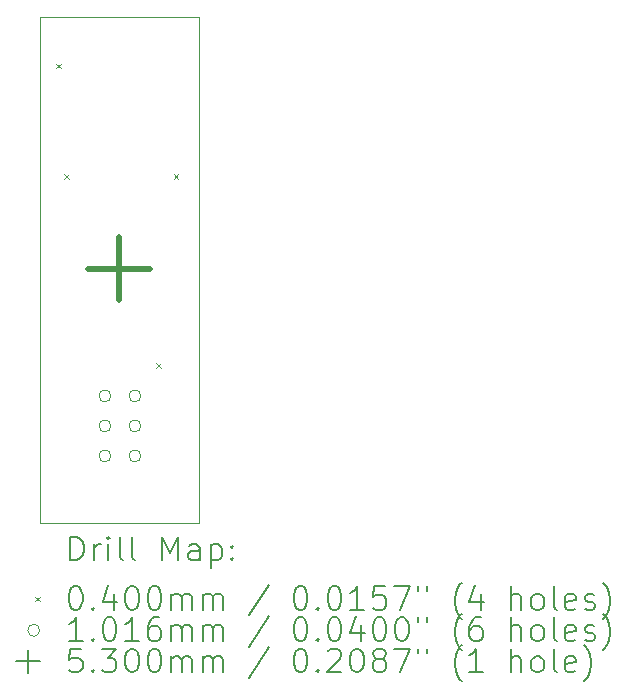
<source format=gbr>
%FSLAX45Y45*%
G04 Gerber Fmt 4.5, Leading zero omitted, Abs format (unit mm)*
G04 Created by KiCad (PCBNEW (6.0.5)) date 2022-06-02 14:14:24*
%MOMM*%
%LPD*%
G01*
G04 APERTURE LIST*
%TA.AperFunction,Profile*%
%ADD10C,0.050000*%
%TD*%
%ADD11C,0.200000*%
%ADD12C,0.040000*%
%ADD13C,0.101600*%
%ADD14C,0.530000*%
G04 APERTURE END LIST*
D10*
X18500000Y-2000000D02*
X18500000Y-6290000D01*
X19850000Y-2000000D02*
X18500000Y-2000000D01*
X18500000Y-6290000D02*
X19850000Y-6290000D01*
X19850000Y-6290000D02*
X19850000Y-2000000D01*
D11*
D12*
X18638000Y-2398000D02*
X18678000Y-2438000D01*
X18678000Y-2398000D02*
X18638000Y-2438000D01*
X18703000Y-3336000D02*
X18743000Y-3376000D01*
X18743000Y-3336000D02*
X18703000Y-3376000D01*
X19482000Y-4936000D02*
X19522000Y-4976000D01*
X19522000Y-4936000D02*
X19482000Y-4976000D01*
X19631000Y-3336000D02*
X19671000Y-3376000D01*
X19671000Y-3336000D02*
X19631000Y-3376000D01*
D13*
X19100800Y-5212000D02*
G75*
G03*
X19100800Y-5212000I-50800J0D01*
G01*
X19100800Y-5466000D02*
G75*
G03*
X19100800Y-5466000I-50800J0D01*
G01*
X19100800Y-5720000D02*
G75*
G03*
X19100800Y-5720000I-50800J0D01*
G01*
X19354800Y-5212000D02*
G75*
G03*
X19354800Y-5212000I-50800J0D01*
G01*
X19354800Y-5466000D02*
G75*
G03*
X19354800Y-5466000I-50800J0D01*
G01*
X19354800Y-5720000D02*
G75*
G03*
X19354800Y-5720000I-50800J0D01*
G01*
D14*
X19170000Y-3870000D02*
X19170000Y-4400000D01*
X18905000Y-4135000D02*
X19435000Y-4135000D01*
D11*
X18755119Y-6602976D02*
X18755119Y-6402976D01*
X18802738Y-6402976D01*
X18831310Y-6412500D01*
X18850357Y-6431548D01*
X18859881Y-6450595D01*
X18869405Y-6488690D01*
X18869405Y-6517262D01*
X18859881Y-6555357D01*
X18850357Y-6574405D01*
X18831310Y-6593452D01*
X18802738Y-6602976D01*
X18755119Y-6602976D01*
X18955119Y-6602976D02*
X18955119Y-6469643D01*
X18955119Y-6507738D02*
X18964643Y-6488690D01*
X18974167Y-6479167D01*
X18993214Y-6469643D01*
X19012262Y-6469643D01*
X19078929Y-6602976D02*
X19078929Y-6469643D01*
X19078929Y-6402976D02*
X19069405Y-6412500D01*
X19078929Y-6422024D01*
X19088452Y-6412500D01*
X19078929Y-6402976D01*
X19078929Y-6422024D01*
X19202738Y-6602976D02*
X19183690Y-6593452D01*
X19174167Y-6574405D01*
X19174167Y-6402976D01*
X19307500Y-6602976D02*
X19288452Y-6593452D01*
X19278929Y-6574405D01*
X19278929Y-6402976D01*
X19536071Y-6602976D02*
X19536071Y-6402976D01*
X19602738Y-6545833D01*
X19669405Y-6402976D01*
X19669405Y-6602976D01*
X19850357Y-6602976D02*
X19850357Y-6498214D01*
X19840833Y-6479167D01*
X19821786Y-6469643D01*
X19783690Y-6469643D01*
X19764643Y-6479167D01*
X19850357Y-6593452D02*
X19831310Y-6602976D01*
X19783690Y-6602976D01*
X19764643Y-6593452D01*
X19755119Y-6574405D01*
X19755119Y-6555357D01*
X19764643Y-6536309D01*
X19783690Y-6526786D01*
X19831310Y-6526786D01*
X19850357Y-6517262D01*
X19945595Y-6469643D02*
X19945595Y-6669643D01*
X19945595Y-6479167D02*
X19964643Y-6469643D01*
X20002738Y-6469643D01*
X20021786Y-6479167D01*
X20031310Y-6488690D01*
X20040833Y-6507738D01*
X20040833Y-6564881D01*
X20031310Y-6583928D01*
X20021786Y-6593452D01*
X20002738Y-6602976D01*
X19964643Y-6602976D01*
X19945595Y-6593452D01*
X20126548Y-6583928D02*
X20136071Y-6593452D01*
X20126548Y-6602976D01*
X20117024Y-6593452D01*
X20126548Y-6583928D01*
X20126548Y-6602976D01*
X20126548Y-6479167D02*
X20136071Y-6488690D01*
X20126548Y-6498214D01*
X20117024Y-6488690D01*
X20126548Y-6479167D01*
X20126548Y-6498214D01*
D12*
X18457500Y-6912500D02*
X18497500Y-6952500D01*
X18497500Y-6912500D02*
X18457500Y-6952500D01*
D11*
X18793214Y-6822976D02*
X18812262Y-6822976D01*
X18831310Y-6832500D01*
X18840833Y-6842024D01*
X18850357Y-6861071D01*
X18859881Y-6899167D01*
X18859881Y-6946786D01*
X18850357Y-6984881D01*
X18840833Y-7003928D01*
X18831310Y-7013452D01*
X18812262Y-7022976D01*
X18793214Y-7022976D01*
X18774167Y-7013452D01*
X18764643Y-7003928D01*
X18755119Y-6984881D01*
X18745595Y-6946786D01*
X18745595Y-6899167D01*
X18755119Y-6861071D01*
X18764643Y-6842024D01*
X18774167Y-6832500D01*
X18793214Y-6822976D01*
X18945595Y-7003928D02*
X18955119Y-7013452D01*
X18945595Y-7022976D01*
X18936071Y-7013452D01*
X18945595Y-7003928D01*
X18945595Y-7022976D01*
X19126548Y-6889643D02*
X19126548Y-7022976D01*
X19078929Y-6813452D02*
X19031310Y-6956309D01*
X19155119Y-6956309D01*
X19269405Y-6822976D02*
X19288452Y-6822976D01*
X19307500Y-6832500D01*
X19317024Y-6842024D01*
X19326548Y-6861071D01*
X19336071Y-6899167D01*
X19336071Y-6946786D01*
X19326548Y-6984881D01*
X19317024Y-7003928D01*
X19307500Y-7013452D01*
X19288452Y-7022976D01*
X19269405Y-7022976D01*
X19250357Y-7013452D01*
X19240833Y-7003928D01*
X19231310Y-6984881D01*
X19221786Y-6946786D01*
X19221786Y-6899167D01*
X19231310Y-6861071D01*
X19240833Y-6842024D01*
X19250357Y-6832500D01*
X19269405Y-6822976D01*
X19459881Y-6822976D02*
X19478929Y-6822976D01*
X19497976Y-6832500D01*
X19507500Y-6842024D01*
X19517024Y-6861071D01*
X19526548Y-6899167D01*
X19526548Y-6946786D01*
X19517024Y-6984881D01*
X19507500Y-7003928D01*
X19497976Y-7013452D01*
X19478929Y-7022976D01*
X19459881Y-7022976D01*
X19440833Y-7013452D01*
X19431310Y-7003928D01*
X19421786Y-6984881D01*
X19412262Y-6946786D01*
X19412262Y-6899167D01*
X19421786Y-6861071D01*
X19431310Y-6842024D01*
X19440833Y-6832500D01*
X19459881Y-6822976D01*
X19612262Y-7022976D02*
X19612262Y-6889643D01*
X19612262Y-6908690D02*
X19621786Y-6899167D01*
X19640833Y-6889643D01*
X19669405Y-6889643D01*
X19688452Y-6899167D01*
X19697976Y-6918214D01*
X19697976Y-7022976D01*
X19697976Y-6918214D02*
X19707500Y-6899167D01*
X19726548Y-6889643D01*
X19755119Y-6889643D01*
X19774167Y-6899167D01*
X19783690Y-6918214D01*
X19783690Y-7022976D01*
X19878929Y-7022976D02*
X19878929Y-6889643D01*
X19878929Y-6908690D02*
X19888452Y-6899167D01*
X19907500Y-6889643D01*
X19936071Y-6889643D01*
X19955119Y-6899167D01*
X19964643Y-6918214D01*
X19964643Y-7022976D01*
X19964643Y-6918214D02*
X19974167Y-6899167D01*
X19993214Y-6889643D01*
X20021786Y-6889643D01*
X20040833Y-6899167D01*
X20050357Y-6918214D01*
X20050357Y-7022976D01*
X20440833Y-6813452D02*
X20269405Y-7070595D01*
X20697976Y-6822976D02*
X20717024Y-6822976D01*
X20736071Y-6832500D01*
X20745595Y-6842024D01*
X20755119Y-6861071D01*
X20764643Y-6899167D01*
X20764643Y-6946786D01*
X20755119Y-6984881D01*
X20745595Y-7003928D01*
X20736071Y-7013452D01*
X20717024Y-7022976D01*
X20697976Y-7022976D01*
X20678929Y-7013452D01*
X20669405Y-7003928D01*
X20659881Y-6984881D01*
X20650357Y-6946786D01*
X20650357Y-6899167D01*
X20659881Y-6861071D01*
X20669405Y-6842024D01*
X20678929Y-6832500D01*
X20697976Y-6822976D01*
X20850357Y-7003928D02*
X20859881Y-7013452D01*
X20850357Y-7022976D01*
X20840833Y-7013452D01*
X20850357Y-7003928D01*
X20850357Y-7022976D01*
X20983690Y-6822976D02*
X21002738Y-6822976D01*
X21021786Y-6832500D01*
X21031310Y-6842024D01*
X21040833Y-6861071D01*
X21050357Y-6899167D01*
X21050357Y-6946786D01*
X21040833Y-6984881D01*
X21031310Y-7003928D01*
X21021786Y-7013452D01*
X21002738Y-7022976D01*
X20983690Y-7022976D01*
X20964643Y-7013452D01*
X20955119Y-7003928D01*
X20945595Y-6984881D01*
X20936071Y-6946786D01*
X20936071Y-6899167D01*
X20945595Y-6861071D01*
X20955119Y-6842024D01*
X20964643Y-6832500D01*
X20983690Y-6822976D01*
X21240833Y-7022976D02*
X21126548Y-7022976D01*
X21183690Y-7022976D02*
X21183690Y-6822976D01*
X21164643Y-6851548D01*
X21145595Y-6870595D01*
X21126548Y-6880119D01*
X21421786Y-6822976D02*
X21326548Y-6822976D01*
X21317024Y-6918214D01*
X21326548Y-6908690D01*
X21345595Y-6899167D01*
X21393214Y-6899167D01*
X21412262Y-6908690D01*
X21421786Y-6918214D01*
X21431310Y-6937262D01*
X21431310Y-6984881D01*
X21421786Y-7003928D01*
X21412262Y-7013452D01*
X21393214Y-7022976D01*
X21345595Y-7022976D01*
X21326548Y-7013452D01*
X21317024Y-7003928D01*
X21497976Y-6822976D02*
X21631310Y-6822976D01*
X21545595Y-7022976D01*
X21697976Y-6822976D02*
X21697976Y-6861071D01*
X21774167Y-6822976D02*
X21774167Y-6861071D01*
X22069405Y-7099167D02*
X22059881Y-7089643D01*
X22040833Y-7061071D01*
X22031310Y-7042024D01*
X22021786Y-7013452D01*
X22012262Y-6965833D01*
X22012262Y-6927738D01*
X22021786Y-6880119D01*
X22031310Y-6851548D01*
X22040833Y-6832500D01*
X22059881Y-6803928D01*
X22069405Y-6794405D01*
X22231310Y-6889643D02*
X22231310Y-7022976D01*
X22183690Y-6813452D02*
X22136071Y-6956309D01*
X22259881Y-6956309D01*
X22488452Y-7022976D02*
X22488452Y-6822976D01*
X22574167Y-7022976D02*
X22574167Y-6918214D01*
X22564643Y-6899167D01*
X22545595Y-6889643D01*
X22517024Y-6889643D01*
X22497976Y-6899167D01*
X22488452Y-6908690D01*
X22697976Y-7022976D02*
X22678928Y-7013452D01*
X22669405Y-7003928D01*
X22659881Y-6984881D01*
X22659881Y-6927738D01*
X22669405Y-6908690D01*
X22678928Y-6899167D01*
X22697976Y-6889643D01*
X22726548Y-6889643D01*
X22745595Y-6899167D01*
X22755119Y-6908690D01*
X22764643Y-6927738D01*
X22764643Y-6984881D01*
X22755119Y-7003928D01*
X22745595Y-7013452D01*
X22726548Y-7022976D01*
X22697976Y-7022976D01*
X22878928Y-7022976D02*
X22859881Y-7013452D01*
X22850357Y-6994405D01*
X22850357Y-6822976D01*
X23031309Y-7013452D02*
X23012262Y-7022976D01*
X22974167Y-7022976D01*
X22955119Y-7013452D01*
X22945595Y-6994405D01*
X22945595Y-6918214D01*
X22955119Y-6899167D01*
X22974167Y-6889643D01*
X23012262Y-6889643D01*
X23031309Y-6899167D01*
X23040833Y-6918214D01*
X23040833Y-6937262D01*
X22945595Y-6956309D01*
X23117024Y-7013452D02*
X23136071Y-7022976D01*
X23174167Y-7022976D01*
X23193214Y-7013452D01*
X23202738Y-6994405D01*
X23202738Y-6984881D01*
X23193214Y-6965833D01*
X23174167Y-6956309D01*
X23145595Y-6956309D01*
X23126548Y-6946786D01*
X23117024Y-6927738D01*
X23117024Y-6918214D01*
X23126548Y-6899167D01*
X23145595Y-6889643D01*
X23174167Y-6889643D01*
X23193214Y-6899167D01*
X23269405Y-7099167D02*
X23278928Y-7089643D01*
X23297976Y-7061071D01*
X23307500Y-7042024D01*
X23317024Y-7013452D01*
X23326548Y-6965833D01*
X23326548Y-6927738D01*
X23317024Y-6880119D01*
X23307500Y-6851548D01*
X23297976Y-6832500D01*
X23278928Y-6803928D01*
X23269405Y-6794405D01*
D13*
X18497500Y-7196500D02*
G75*
G03*
X18497500Y-7196500I-50800J0D01*
G01*
D11*
X18859881Y-7286976D02*
X18745595Y-7286976D01*
X18802738Y-7286976D02*
X18802738Y-7086976D01*
X18783690Y-7115548D01*
X18764643Y-7134595D01*
X18745595Y-7144119D01*
X18945595Y-7267928D02*
X18955119Y-7277452D01*
X18945595Y-7286976D01*
X18936071Y-7277452D01*
X18945595Y-7267928D01*
X18945595Y-7286976D01*
X19078929Y-7086976D02*
X19097976Y-7086976D01*
X19117024Y-7096500D01*
X19126548Y-7106024D01*
X19136071Y-7125071D01*
X19145595Y-7163167D01*
X19145595Y-7210786D01*
X19136071Y-7248881D01*
X19126548Y-7267928D01*
X19117024Y-7277452D01*
X19097976Y-7286976D01*
X19078929Y-7286976D01*
X19059881Y-7277452D01*
X19050357Y-7267928D01*
X19040833Y-7248881D01*
X19031310Y-7210786D01*
X19031310Y-7163167D01*
X19040833Y-7125071D01*
X19050357Y-7106024D01*
X19059881Y-7096500D01*
X19078929Y-7086976D01*
X19336071Y-7286976D02*
X19221786Y-7286976D01*
X19278929Y-7286976D02*
X19278929Y-7086976D01*
X19259881Y-7115548D01*
X19240833Y-7134595D01*
X19221786Y-7144119D01*
X19507500Y-7086976D02*
X19469405Y-7086976D01*
X19450357Y-7096500D01*
X19440833Y-7106024D01*
X19421786Y-7134595D01*
X19412262Y-7172690D01*
X19412262Y-7248881D01*
X19421786Y-7267928D01*
X19431310Y-7277452D01*
X19450357Y-7286976D01*
X19488452Y-7286976D01*
X19507500Y-7277452D01*
X19517024Y-7267928D01*
X19526548Y-7248881D01*
X19526548Y-7201262D01*
X19517024Y-7182214D01*
X19507500Y-7172690D01*
X19488452Y-7163167D01*
X19450357Y-7163167D01*
X19431310Y-7172690D01*
X19421786Y-7182214D01*
X19412262Y-7201262D01*
X19612262Y-7286976D02*
X19612262Y-7153643D01*
X19612262Y-7172690D02*
X19621786Y-7163167D01*
X19640833Y-7153643D01*
X19669405Y-7153643D01*
X19688452Y-7163167D01*
X19697976Y-7182214D01*
X19697976Y-7286976D01*
X19697976Y-7182214D02*
X19707500Y-7163167D01*
X19726548Y-7153643D01*
X19755119Y-7153643D01*
X19774167Y-7163167D01*
X19783690Y-7182214D01*
X19783690Y-7286976D01*
X19878929Y-7286976D02*
X19878929Y-7153643D01*
X19878929Y-7172690D02*
X19888452Y-7163167D01*
X19907500Y-7153643D01*
X19936071Y-7153643D01*
X19955119Y-7163167D01*
X19964643Y-7182214D01*
X19964643Y-7286976D01*
X19964643Y-7182214D02*
X19974167Y-7163167D01*
X19993214Y-7153643D01*
X20021786Y-7153643D01*
X20040833Y-7163167D01*
X20050357Y-7182214D01*
X20050357Y-7286976D01*
X20440833Y-7077452D02*
X20269405Y-7334595D01*
X20697976Y-7086976D02*
X20717024Y-7086976D01*
X20736071Y-7096500D01*
X20745595Y-7106024D01*
X20755119Y-7125071D01*
X20764643Y-7163167D01*
X20764643Y-7210786D01*
X20755119Y-7248881D01*
X20745595Y-7267928D01*
X20736071Y-7277452D01*
X20717024Y-7286976D01*
X20697976Y-7286976D01*
X20678929Y-7277452D01*
X20669405Y-7267928D01*
X20659881Y-7248881D01*
X20650357Y-7210786D01*
X20650357Y-7163167D01*
X20659881Y-7125071D01*
X20669405Y-7106024D01*
X20678929Y-7096500D01*
X20697976Y-7086976D01*
X20850357Y-7267928D02*
X20859881Y-7277452D01*
X20850357Y-7286976D01*
X20840833Y-7277452D01*
X20850357Y-7267928D01*
X20850357Y-7286976D01*
X20983690Y-7086976D02*
X21002738Y-7086976D01*
X21021786Y-7096500D01*
X21031310Y-7106024D01*
X21040833Y-7125071D01*
X21050357Y-7163167D01*
X21050357Y-7210786D01*
X21040833Y-7248881D01*
X21031310Y-7267928D01*
X21021786Y-7277452D01*
X21002738Y-7286976D01*
X20983690Y-7286976D01*
X20964643Y-7277452D01*
X20955119Y-7267928D01*
X20945595Y-7248881D01*
X20936071Y-7210786D01*
X20936071Y-7163167D01*
X20945595Y-7125071D01*
X20955119Y-7106024D01*
X20964643Y-7096500D01*
X20983690Y-7086976D01*
X21221786Y-7153643D02*
X21221786Y-7286976D01*
X21174167Y-7077452D02*
X21126548Y-7220309D01*
X21250357Y-7220309D01*
X21364643Y-7086976D02*
X21383690Y-7086976D01*
X21402738Y-7096500D01*
X21412262Y-7106024D01*
X21421786Y-7125071D01*
X21431310Y-7163167D01*
X21431310Y-7210786D01*
X21421786Y-7248881D01*
X21412262Y-7267928D01*
X21402738Y-7277452D01*
X21383690Y-7286976D01*
X21364643Y-7286976D01*
X21345595Y-7277452D01*
X21336071Y-7267928D01*
X21326548Y-7248881D01*
X21317024Y-7210786D01*
X21317024Y-7163167D01*
X21326548Y-7125071D01*
X21336071Y-7106024D01*
X21345595Y-7096500D01*
X21364643Y-7086976D01*
X21555119Y-7086976D02*
X21574167Y-7086976D01*
X21593214Y-7096500D01*
X21602738Y-7106024D01*
X21612262Y-7125071D01*
X21621786Y-7163167D01*
X21621786Y-7210786D01*
X21612262Y-7248881D01*
X21602738Y-7267928D01*
X21593214Y-7277452D01*
X21574167Y-7286976D01*
X21555119Y-7286976D01*
X21536071Y-7277452D01*
X21526548Y-7267928D01*
X21517024Y-7248881D01*
X21507500Y-7210786D01*
X21507500Y-7163167D01*
X21517024Y-7125071D01*
X21526548Y-7106024D01*
X21536071Y-7096500D01*
X21555119Y-7086976D01*
X21697976Y-7086976D02*
X21697976Y-7125071D01*
X21774167Y-7086976D02*
X21774167Y-7125071D01*
X22069405Y-7363167D02*
X22059881Y-7353643D01*
X22040833Y-7325071D01*
X22031310Y-7306024D01*
X22021786Y-7277452D01*
X22012262Y-7229833D01*
X22012262Y-7191738D01*
X22021786Y-7144119D01*
X22031310Y-7115548D01*
X22040833Y-7096500D01*
X22059881Y-7067928D01*
X22069405Y-7058405D01*
X22231310Y-7086976D02*
X22193214Y-7086976D01*
X22174167Y-7096500D01*
X22164643Y-7106024D01*
X22145595Y-7134595D01*
X22136071Y-7172690D01*
X22136071Y-7248881D01*
X22145595Y-7267928D01*
X22155119Y-7277452D01*
X22174167Y-7286976D01*
X22212262Y-7286976D01*
X22231310Y-7277452D01*
X22240833Y-7267928D01*
X22250357Y-7248881D01*
X22250357Y-7201262D01*
X22240833Y-7182214D01*
X22231310Y-7172690D01*
X22212262Y-7163167D01*
X22174167Y-7163167D01*
X22155119Y-7172690D01*
X22145595Y-7182214D01*
X22136071Y-7201262D01*
X22488452Y-7286976D02*
X22488452Y-7086976D01*
X22574167Y-7286976D02*
X22574167Y-7182214D01*
X22564643Y-7163167D01*
X22545595Y-7153643D01*
X22517024Y-7153643D01*
X22497976Y-7163167D01*
X22488452Y-7172690D01*
X22697976Y-7286976D02*
X22678928Y-7277452D01*
X22669405Y-7267928D01*
X22659881Y-7248881D01*
X22659881Y-7191738D01*
X22669405Y-7172690D01*
X22678928Y-7163167D01*
X22697976Y-7153643D01*
X22726548Y-7153643D01*
X22745595Y-7163167D01*
X22755119Y-7172690D01*
X22764643Y-7191738D01*
X22764643Y-7248881D01*
X22755119Y-7267928D01*
X22745595Y-7277452D01*
X22726548Y-7286976D01*
X22697976Y-7286976D01*
X22878928Y-7286976D02*
X22859881Y-7277452D01*
X22850357Y-7258405D01*
X22850357Y-7086976D01*
X23031309Y-7277452D02*
X23012262Y-7286976D01*
X22974167Y-7286976D01*
X22955119Y-7277452D01*
X22945595Y-7258405D01*
X22945595Y-7182214D01*
X22955119Y-7163167D01*
X22974167Y-7153643D01*
X23012262Y-7153643D01*
X23031309Y-7163167D01*
X23040833Y-7182214D01*
X23040833Y-7201262D01*
X22945595Y-7220309D01*
X23117024Y-7277452D02*
X23136071Y-7286976D01*
X23174167Y-7286976D01*
X23193214Y-7277452D01*
X23202738Y-7258405D01*
X23202738Y-7248881D01*
X23193214Y-7229833D01*
X23174167Y-7220309D01*
X23145595Y-7220309D01*
X23126548Y-7210786D01*
X23117024Y-7191738D01*
X23117024Y-7182214D01*
X23126548Y-7163167D01*
X23145595Y-7153643D01*
X23174167Y-7153643D01*
X23193214Y-7163167D01*
X23269405Y-7363167D02*
X23278928Y-7353643D01*
X23297976Y-7325071D01*
X23307500Y-7306024D01*
X23317024Y-7277452D01*
X23326548Y-7229833D01*
X23326548Y-7191738D01*
X23317024Y-7144119D01*
X23307500Y-7115548D01*
X23297976Y-7096500D01*
X23278928Y-7067928D01*
X23269405Y-7058405D01*
X18397500Y-7360500D02*
X18397500Y-7560500D01*
X18297500Y-7460500D02*
X18497500Y-7460500D01*
X18850357Y-7350976D02*
X18755119Y-7350976D01*
X18745595Y-7446214D01*
X18755119Y-7436690D01*
X18774167Y-7427167D01*
X18821786Y-7427167D01*
X18840833Y-7436690D01*
X18850357Y-7446214D01*
X18859881Y-7465262D01*
X18859881Y-7512881D01*
X18850357Y-7531928D01*
X18840833Y-7541452D01*
X18821786Y-7550976D01*
X18774167Y-7550976D01*
X18755119Y-7541452D01*
X18745595Y-7531928D01*
X18945595Y-7531928D02*
X18955119Y-7541452D01*
X18945595Y-7550976D01*
X18936071Y-7541452D01*
X18945595Y-7531928D01*
X18945595Y-7550976D01*
X19021786Y-7350976D02*
X19145595Y-7350976D01*
X19078929Y-7427167D01*
X19107500Y-7427167D01*
X19126548Y-7436690D01*
X19136071Y-7446214D01*
X19145595Y-7465262D01*
X19145595Y-7512881D01*
X19136071Y-7531928D01*
X19126548Y-7541452D01*
X19107500Y-7550976D01*
X19050357Y-7550976D01*
X19031310Y-7541452D01*
X19021786Y-7531928D01*
X19269405Y-7350976D02*
X19288452Y-7350976D01*
X19307500Y-7360500D01*
X19317024Y-7370024D01*
X19326548Y-7389071D01*
X19336071Y-7427167D01*
X19336071Y-7474786D01*
X19326548Y-7512881D01*
X19317024Y-7531928D01*
X19307500Y-7541452D01*
X19288452Y-7550976D01*
X19269405Y-7550976D01*
X19250357Y-7541452D01*
X19240833Y-7531928D01*
X19231310Y-7512881D01*
X19221786Y-7474786D01*
X19221786Y-7427167D01*
X19231310Y-7389071D01*
X19240833Y-7370024D01*
X19250357Y-7360500D01*
X19269405Y-7350976D01*
X19459881Y-7350976D02*
X19478929Y-7350976D01*
X19497976Y-7360500D01*
X19507500Y-7370024D01*
X19517024Y-7389071D01*
X19526548Y-7427167D01*
X19526548Y-7474786D01*
X19517024Y-7512881D01*
X19507500Y-7531928D01*
X19497976Y-7541452D01*
X19478929Y-7550976D01*
X19459881Y-7550976D01*
X19440833Y-7541452D01*
X19431310Y-7531928D01*
X19421786Y-7512881D01*
X19412262Y-7474786D01*
X19412262Y-7427167D01*
X19421786Y-7389071D01*
X19431310Y-7370024D01*
X19440833Y-7360500D01*
X19459881Y-7350976D01*
X19612262Y-7550976D02*
X19612262Y-7417643D01*
X19612262Y-7436690D02*
X19621786Y-7427167D01*
X19640833Y-7417643D01*
X19669405Y-7417643D01*
X19688452Y-7427167D01*
X19697976Y-7446214D01*
X19697976Y-7550976D01*
X19697976Y-7446214D02*
X19707500Y-7427167D01*
X19726548Y-7417643D01*
X19755119Y-7417643D01*
X19774167Y-7427167D01*
X19783690Y-7446214D01*
X19783690Y-7550976D01*
X19878929Y-7550976D02*
X19878929Y-7417643D01*
X19878929Y-7436690D02*
X19888452Y-7427167D01*
X19907500Y-7417643D01*
X19936071Y-7417643D01*
X19955119Y-7427167D01*
X19964643Y-7446214D01*
X19964643Y-7550976D01*
X19964643Y-7446214D02*
X19974167Y-7427167D01*
X19993214Y-7417643D01*
X20021786Y-7417643D01*
X20040833Y-7427167D01*
X20050357Y-7446214D01*
X20050357Y-7550976D01*
X20440833Y-7341452D02*
X20269405Y-7598595D01*
X20697976Y-7350976D02*
X20717024Y-7350976D01*
X20736071Y-7360500D01*
X20745595Y-7370024D01*
X20755119Y-7389071D01*
X20764643Y-7427167D01*
X20764643Y-7474786D01*
X20755119Y-7512881D01*
X20745595Y-7531928D01*
X20736071Y-7541452D01*
X20717024Y-7550976D01*
X20697976Y-7550976D01*
X20678929Y-7541452D01*
X20669405Y-7531928D01*
X20659881Y-7512881D01*
X20650357Y-7474786D01*
X20650357Y-7427167D01*
X20659881Y-7389071D01*
X20669405Y-7370024D01*
X20678929Y-7360500D01*
X20697976Y-7350976D01*
X20850357Y-7531928D02*
X20859881Y-7541452D01*
X20850357Y-7550976D01*
X20840833Y-7541452D01*
X20850357Y-7531928D01*
X20850357Y-7550976D01*
X20936071Y-7370024D02*
X20945595Y-7360500D01*
X20964643Y-7350976D01*
X21012262Y-7350976D01*
X21031310Y-7360500D01*
X21040833Y-7370024D01*
X21050357Y-7389071D01*
X21050357Y-7408119D01*
X21040833Y-7436690D01*
X20926548Y-7550976D01*
X21050357Y-7550976D01*
X21174167Y-7350976D02*
X21193214Y-7350976D01*
X21212262Y-7360500D01*
X21221786Y-7370024D01*
X21231310Y-7389071D01*
X21240833Y-7427167D01*
X21240833Y-7474786D01*
X21231310Y-7512881D01*
X21221786Y-7531928D01*
X21212262Y-7541452D01*
X21193214Y-7550976D01*
X21174167Y-7550976D01*
X21155119Y-7541452D01*
X21145595Y-7531928D01*
X21136071Y-7512881D01*
X21126548Y-7474786D01*
X21126548Y-7427167D01*
X21136071Y-7389071D01*
X21145595Y-7370024D01*
X21155119Y-7360500D01*
X21174167Y-7350976D01*
X21355119Y-7436690D02*
X21336071Y-7427167D01*
X21326548Y-7417643D01*
X21317024Y-7398595D01*
X21317024Y-7389071D01*
X21326548Y-7370024D01*
X21336071Y-7360500D01*
X21355119Y-7350976D01*
X21393214Y-7350976D01*
X21412262Y-7360500D01*
X21421786Y-7370024D01*
X21431310Y-7389071D01*
X21431310Y-7398595D01*
X21421786Y-7417643D01*
X21412262Y-7427167D01*
X21393214Y-7436690D01*
X21355119Y-7436690D01*
X21336071Y-7446214D01*
X21326548Y-7455738D01*
X21317024Y-7474786D01*
X21317024Y-7512881D01*
X21326548Y-7531928D01*
X21336071Y-7541452D01*
X21355119Y-7550976D01*
X21393214Y-7550976D01*
X21412262Y-7541452D01*
X21421786Y-7531928D01*
X21431310Y-7512881D01*
X21431310Y-7474786D01*
X21421786Y-7455738D01*
X21412262Y-7446214D01*
X21393214Y-7436690D01*
X21497976Y-7350976D02*
X21631310Y-7350976D01*
X21545595Y-7550976D01*
X21697976Y-7350976D02*
X21697976Y-7389071D01*
X21774167Y-7350976D02*
X21774167Y-7389071D01*
X22069405Y-7627167D02*
X22059881Y-7617643D01*
X22040833Y-7589071D01*
X22031310Y-7570024D01*
X22021786Y-7541452D01*
X22012262Y-7493833D01*
X22012262Y-7455738D01*
X22021786Y-7408119D01*
X22031310Y-7379548D01*
X22040833Y-7360500D01*
X22059881Y-7331928D01*
X22069405Y-7322405D01*
X22250357Y-7550976D02*
X22136071Y-7550976D01*
X22193214Y-7550976D02*
X22193214Y-7350976D01*
X22174167Y-7379548D01*
X22155119Y-7398595D01*
X22136071Y-7408119D01*
X22488452Y-7550976D02*
X22488452Y-7350976D01*
X22574167Y-7550976D02*
X22574167Y-7446214D01*
X22564643Y-7427167D01*
X22545595Y-7417643D01*
X22517024Y-7417643D01*
X22497976Y-7427167D01*
X22488452Y-7436690D01*
X22697976Y-7550976D02*
X22678928Y-7541452D01*
X22669405Y-7531928D01*
X22659881Y-7512881D01*
X22659881Y-7455738D01*
X22669405Y-7436690D01*
X22678928Y-7427167D01*
X22697976Y-7417643D01*
X22726548Y-7417643D01*
X22745595Y-7427167D01*
X22755119Y-7436690D01*
X22764643Y-7455738D01*
X22764643Y-7512881D01*
X22755119Y-7531928D01*
X22745595Y-7541452D01*
X22726548Y-7550976D01*
X22697976Y-7550976D01*
X22878928Y-7550976D02*
X22859881Y-7541452D01*
X22850357Y-7522405D01*
X22850357Y-7350976D01*
X23031309Y-7541452D02*
X23012262Y-7550976D01*
X22974167Y-7550976D01*
X22955119Y-7541452D01*
X22945595Y-7522405D01*
X22945595Y-7446214D01*
X22955119Y-7427167D01*
X22974167Y-7417643D01*
X23012262Y-7417643D01*
X23031309Y-7427167D01*
X23040833Y-7446214D01*
X23040833Y-7465262D01*
X22945595Y-7484309D01*
X23107500Y-7627167D02*
X23117024Y-7617643D01*
X23136071Y-7589071D01*
X23145595Y-7570024D01*
X23155119Y-7541452D01*
X23164643Y-7493833D01*
X23164643Y-7455738D01*
X23155119Y-7408119D01*
X23145595Y-7379548D01*
X23136071Y-7360500D01*
X23117024Y-7331928D01*
X23107500Y-7322405D01*
M02*

</source>
